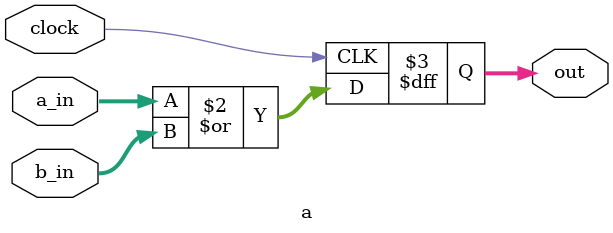
<source format=v>
`define BITS 8			// Bit width of the operands
`define B2TS 16         // Bit width of the operands
`define SWITCH 0		// No available documentation provides for macros without values so we use 0
`define NEST 0

module 	bm_base_multiply(clock, 
		reset_n, 
		a_in, 
		b_in,
		c_in, 
		d_in, 
		e_in,
		f_in,
		out0,
		out2,
		out3,
		out4,
		out1);

// SIGNAL DECLARATIONS
input	clock;
input 	reset_n;

input [`BITS-1:0] a_in;
input [`BITS-1:0] b_in;
input [`BITS-1:0] c_in;
input [`BITS-1:0] d_in;
input [`BITS-1:0] e_in;
input [`BITS-2:0] f_in;

output [`B2TS-1:0] out0;
output [`B2TS-1:0] out1;
output [`B2TS-1:0] out2;
output [14:0] out3;
output [14:0] out4;

reg [`B2TS-1:0]    out0;
wire [`B2TS-1:0]    out1;
reg [`B2TS-1:0]    out2;
reg [14:0] out3;
wire [14:0] out4;

wire [`BITS-1:0] temp_a;
wire [`BITS-1:0] temp_b;
wire temp_c;
wire temp_d;

a top_a(clock, a_in, b_in, temp_a);
b top_b(clock, a_in, b_in, temp_b);

always @(posedge clock)
begin
	out0 <= a_in * b_in;
	out2 <= temp_a & temp_b;
	out3 <= e_in * f_in;
end

assign out1 = c_in * d_in;
assign out4 = f_in * e_in;

endmodule

`ifdef SWITCH

`include "ifndef_else_module_b.v"

`ifndef NEST

module a(clock,
		a_in,
		b_in,
		out);

input	clock;
input [`BITS-1:0] a_in;
input [`BITS-1:0] b_in;
output [`BITS-1:0]    out;
reg [`BITS-1:0]    out;

always @(posedge clock)
begin
	out <= a_in & b_in;
end

endmodule

`else

module a(clock,
		a_in,
		b_in,
		out);

input	clock;
input [`BITS-1:0] a_in;
input [`BITS-1:0] b_in;
output [`BITS-1:0]    out;
reg [`BITS-1:0]    out;

always @(posedge clock)
begin
	out <= a_in | b_in;
end

endmodule

`endif

`endif



</source>
